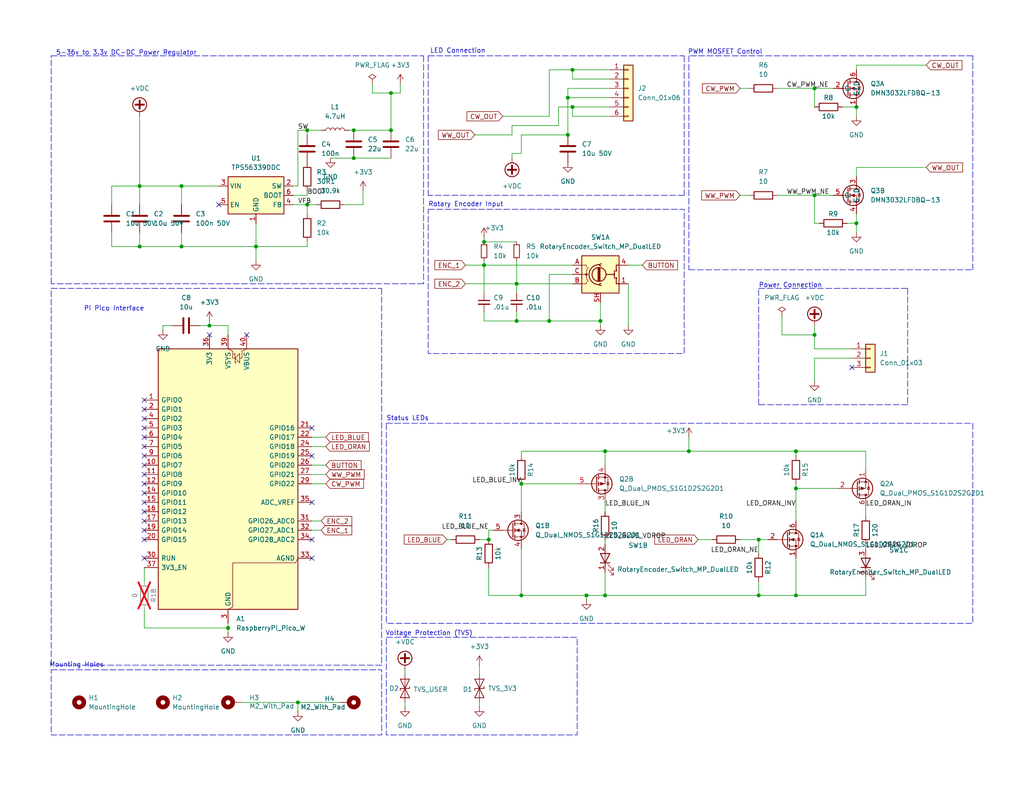
<source format=kicad_sch>
(kicad_sch (version 20250114) (generator "eeschema") (generator_version "9.0")
  (paper "USLetter")
  (title_block (title "Pi Pico CWWW Control Board") (date "2025-03-31") (rev "2.5") (comment 1 "License: CERN-OHL-S v2") (comment 2 "danielkent.net") (comment 3 "Daniel Kent"))
  (lib_symbols
    (symbol "Connector_Generic:Conn_01x03" (pin_names (offset 1.016) (hide yes))
      (property "Reference" "J" (at 0 5.08 0))
      (property "Value" "Conn_01x03" (at 0 -5.08 0))
      (symbol "Conn_01x03_1_1"
        (pin passive line (at -5.08 2.54 0) (length 3.81) (name "Pin_1") (number "1"))
        (pin passive line (at -5.08 0 0) (length 3.81) (name "Pin_2") (number "2"))
        (pin passive line (at -5.08 -2.54 0) (length 3.81) (name "Pin_3") (number "3"))
      )
    )
    (symbol "Connector_Generic:Conn_01x06" (pin_names (offset 1.016) (hide yes))
      (property "Reference" "J" (at 0 7.62 0))
      (property "Value" "Conn_01x06" (at 0 -10.16 0))
      (symbol "Conn_01x06_1_1"
        (pin passive line (at -5.08 5.08 0) (length 3.81) (name "Pin_1") (number "1"))
        (pin passive line (at -5.08 2.54 0) (length 3.81) (name "Pin_2") (number "2"))
        (pin passive line (at -5.08 0 0) (length 3.81) (name "Pin_3") (number "3"))
        (pin passive line (at -5.08 -2.54 0) (length 3.81) (name "Pin_4") (number "4"))
        (pin passive line (at -5.08 -5.08 0) (length 3.81) (name "Pin_5") (number "5"))
        (pin passive line (at -5.08 -7.62 0) (length 3.81) (name "Pin_6") (number "6"))
      )
    )
    (symbol "Device:C" (pin_numbers (hide yes)) (pin_names (offset 0.254))
      (property "Reference" "C" (at 0.635 2.54 0))
      (property "Value" "C" (at 0.635 -2.54 0))
      (symbol "C_1_1"
        (pin passive line (at 0 3.81 270) (length 2.794) (name "~") (number "1"))
        (pin passive line (at 0 -3.81 90) (length 2.794) (name "~") (number "2"))
      )
    )
    (symbol "Device:C_Small" (pin_numbers (hide yes)) (pin_names (offset 0.254) (hide yes))
      (property "Reference" "C" (at 0.254 1.778 0))
      (property "Value" "C_Small" (at 0.254 -2.032 0))
      (symbol "C_Small_1_1"
        (pin passive line (at 0 2.54 270) (length 2.032) (name "~") (number "1"))
        (pin passive line (at 0 -2.54 90) (length 2.032) (name "~") (number "2"))
      )
    )
    (symbol "Device:L" (pin_numbers (hide yes)) (pin_names (offset 1.016) (hide yes))
      (property "Reference" "L" (at -1.27 0 90))
      (property "Value" "L" (at 1.905 0 90))
      (symbol "L_1_1"
        (pin passive line (at 0 3.81 270) (length 1.27) (name "1") (number "1"))
        (pin passive line (at 0 -3.81 90) (length 1.27) (name "2") (number "2"))
      )
    )
    (symbol "Device:R" (pin_numbers (hide yes)) (pin_names (offset 0))
      (property "Reference" "R" (at 2.032 0 90))
      (property "Value" "R" (at 0 0 90))
      (symbol "R_1_1"
        (pin passive line (at 0 3.81 270) (length 1.27) (name "~") (number "1"))
        (pin passive line (at 0 -3.81 90) (length 1.27) (name "~") (number "2"))
      )
    )
    (symbol "Device:R_Small" (pin_numbers (hide yes)) (pin_names (offset 0.254) (hide yes))
      (property "Reference" "R" (at 0 0 90))
      (property "Value" "R_Small" (at 1.778 0 90))
      (symbol "R_Small_1_1"
        (pin passive line (at 0 2.54 270) (length 0.762) (name "~") (number "1"))
        (pin passive line (at 0 -2.54 90) (length 0.762) (name "~") (number "2"))
      )
    )
    (symbol "Diode:SD05_SOD323" (pin_numbers (hide yes)) (pin_names (offset 1.016) (hide yes))
      (property "Reference" "D" (at 0 2.54 0))
      (property "Value" "SD05_SOD323" (at 0 -2.54 0))
      (symbol "SD05_SOD323_1_1"
        (pin passive line (at -3.81 0 0) (length 2.54) (name "A1") (number "1"))
        (pin passive line (at 3.81 0 180) (length 2.54) (name "A2") (number "2"))
      )
    )
    (symbol "MCU_Module_RaspberryPi_Pico:RaspberryPi_Pico_W" (pin_names (offset 0.762))
      (property "Reference" "A" (at -19.05 38.1 0))
      (property "Value" "RaspberryPi_Pico_W" (at 7.62 38.1 0))
      (symbol "RaspberryPi_Pico_W_1_1"
        (pin bidirectional line (at -22.86 22.86 0) (length 3.81) (name "GPIO0") (number "1"))
        (pin bidirectional line (at -22.86 20.32 0) (length 3.81) (name "GPIO1") (number "2"))
        (pin bidirectional line (at -22.86 17.78 0) (length 3.81) (name "GPIO2") (number "4"))
        (pin bidirectional line (at -22.86 15.24 0) (length 3.81) (name "GPIO3") (number "5"))
        (pin bidirectional line (at -22.86 12.7 0) (length 3.81) (name "GPIO4") (number "6"))
        (pin bidirectional line (at -22.86 10.16 0) (length 3.81) (name "GPIO5") (number "7"))
        (pin bidirectional line (at -22.86 7.62 0) (length 3.81) (name "GPIO6") (number "9"))
        (pin bidirectional line (at -22.86 5.08 0) (length 3.81) (name "GPIO7") (number "10"))
        (pin bidirectional line (at -22.86 2.54 0) (length 3.81) (name "GPIO8") (number "11"))
        (pin bidirectional line (at -22.86 0 0) (length 3.81) (name "GPIO9") (number "12"))
        (pin bidirectional line (at -22.86 -2.54 0) (length 3.81) (name "GPIO10") (number "14"))
        (pin bidirectional line (at -22.86 -5.08 0) (length 3.81) (name "GPIO11") (number "15"))
        (pin bidirectional line (at -22.86 -7.62 0) (length 3.81) (name "GPIO12") (number "16"))
        (pin bidirectional line (at -22.86 -10.16 0) (length 3.81) (name "GPIO13") (number "17"))
        (pin bidirectional line (at -22.86 -12.7 0) (length 3.81) (name "GPIO14") (number "19"))
        (pin bidirectional line (at -22.86 -15.24 0) (length 3.81) (name "GPIO15") (number "20"))
        (pin input line (at -22.86 -20.32 0) (length 3.81) (name "RUN") (number "30"))
        (pin input line (at -22.86 -22.86 0) (length 3.81) (name "3V3_EN") (number "37"))
        (pin power_out line (at -5.08 40.64 270) (length 3.81) (name "3V3") (number "36"))
        (pin power_in line (at 0 40.64 270) (length 3.81) (name "VSYS") (number "39"))
        (pin passive line (at 0 -38.1 90) (length 3.81) (hide yes) (name "GND") (number "13"))
        (pin passive line (at 0 -38.1 90) (length 3.81) (hide yes) (name "GND") (number "18"))
        (pin passive line (at 0 -38.1 90) (length 3.81) (hide yes) (name "GND") (number "23"))
        (pin passive line (at 0 -38.1 90) (length 3.81) (hide yes) (name "GND") (number "28"))
        (pin power_out line (at 0 -38.1 90) (length 3.81) (name "GND") (number "3"))
        (pin passive line (at 0 -38.1 90) (length 3.81) (hide yes) (name "GND") (number "38"))
        (pin passive line (at 0 -38.1 90) (length 3.81) (hide yes) (name "GND") (number "8"))
        (pin power_out line (at 5.08 40.64 270) (length 3.81) (name "VBUS") (number "40"))
        (pin bidirectional line (at 22.86 15.24 180) (length 3.81) (name "GPIO16") (number "21"))
        (pin bidirectional line (at 22.86 12.7 180) (length 3.81) (name "GPIO17") (number "22"))
        (pin bidirectional line (at 22.86 10.16 180) (length 3.81) (name "GPIO18") (number "24"))
        (pin bidirectional line (at 22.86 7.62 180) (length 3.81) (name "GPIO19") (number "25"))
        (pin bidirectional line (at 22.86 5.08 180) (length 3.81) (name "GPIO20") (number "26"))
        (pin bidirectional line (at 22.86 2.54 180) (length 3.81) (name "GPIO21") (number "27"))
        (pin bidirectional line (at 22.86 0 180) (length 3.81) (name "GPIO22") (number "29"))
        (pin power_in line (at 22.86 -5.08 180) (length 3.81) (name "ADC_VREF") (number "35"))
        (pin bidirectional line (at 22.86 -10.16 180) (length 3.81) (name "GPIO26_ADC0") (number "31"))
        (pin bidirectional line (at 22.86 -12.7 180) (length 3.81) (name "GPIO27_ADC1") (number "32"))
        (pin bidirectional line (at 22.86 -15.24 180) (length 3.81) (name "GPIO28_ADC2") (number "34"))
        (pin power_out line (at 22.86 -20.32 180) (length 3.81) (name "AGND") (number "33"))
      )
    )
    (symbol "Mechanical:MountingHole" (pin_names (offset 1.016)) (exclude_from_sim yes) (in_bom no)
      (property "Reference" "H" (at 0 5.08 0))
      (property "Value" "MountingHole" (at 0 3.175 0))
    )
    (symbol "Mechanical:MountingHole_Pad" (pin_numbers (hide yes)) (pin_names (offset 1.016) (hide yes)) (exclude_from_sim yes) (in_bom no)
      (property "Reference" "H" (at 0 6.35 0))
      (property "Value" "MountingHole_Pad" (at 0 4.445 0))
      (symbol "MountingHole_Pad_1_1"
        (pin input line (at 0 -2.54 90) (length 2.54) (name "1") (number "1"))
      )
    )
    (symbol "Project_Custom_Symbols:DMN3032LFDBQ-13"
      (property "Reference" "Q" (at 8.636 5.842 0))
      (property "Value" "DMN3032LFDBQ-13" (at 8.636 3.302 0))
      (symbol "DMN3032LFDBQ-13_1_1"
        (pin input line (at 0 0 0) (length 2.54) (name "G") (number "2"))
        (pin passive line (at 6.35 5.08 270) (length 2.54) (name "D") (number "6"))
        (pin passive line (at 6.35 -5.08 90) (length 2.54) (name "S1") (number "1"))
      )
      (symbol "DMN3032LFDBQ-13_2_1"
        (pin input line (at 0 0 0) (length 2.54) (name "G") (number "5"))
        (pin passive line (at 6.35 5.08 270) (length 2.54) (name "D") (number "3"))
        (pin passive line (at 6.35 -5.08 90) (length 2.54) (name "S") (number "4"))
      )
    )
    (symbol "Project_Custom_Symbols:RotaryEncoder_Switch_MP_DualLED" (pin_names (offset 0.254) (hide yes))
      (property "Reference" "SW" (at 0 8.89 0))
      (property "Value" "RotaryEncoder_Switch_MP_DualLED" (at 0 6.35 0))
      (symbol "RotaryEncoder_Switch_MP_DualLED_0_1"
        (pin power_in line (at 7.62 -2.54 180) (length 2.54) (name "GND") (number "1"))
      )
      (symbol "RotaryEncoder_Switch_MP_DualLED_1_1"
        (pin passive line (at -7.62 2.54 0) (length 2.54) (name "A") (number "A"))
        (pin passive line (at -7.62 0 0) (length 2.54) (name "C") (number "C"))
        (pin passive line (at -7.62 -2.54 0) (length 2.54) (name "B") (number "B"))
        (pin passive line (at 0 -7.62 90) (length 2.54) (name "MP") (number "SH"))
        (pin passive line (at 7.62 2.54 180) (length 2.54) (name "S1") (number "4"))
      )
      (symbol "RotaryEncoder_Switch_MP_DualLED_2_1"
        (pin passive line (at 0 -2.54 0) (length 2.54) (name "A_LED1") (number "2"))
      )
      (symbol "RotaryEncoder_Switch_MP_DualLED_3_1"
        (pin passive line (at 0 -2.54 0) (length 2.54) (name "A_LED2") (number "3"))
      )
    )
    (symbol "Regulator_Switching:TPS56339DDC"
      (property "Reference" "U" (at -7.62 6.35 0))
      (property "Value" "TPS56339DDC" (at -2.54 6.35 0))
      (symbol "TPS56339DDC_1_1"
        (pin power_in line (at -10.16 2.54 0) (length 2.54) (name "VIN") (number "3"))
        (pin input line (at -10.16 -2.54 0) (length 2.54) (name "EN") (number "5"))
        (pin power_in line (at 0 -7.62 90) (length 2.54) (name "GND") (number "1"))
        (pin power_out line (at 10.16 2.54 180) (length 2.54) (name "SW") (number "2"))
        (pin passive line (at 10.16 0 180) (length 2.54) (name "BOOT") (number "6"))
        (pin input line (at 10.16 -2.54 180) (length 2.54) (name "FB") (number "4"))
      )
    )
    (symbol "RotaryEncoder_Switch_MP_DualLED_1" (pin_names (offset 0.254) (hide yes))
      (property "Reference" "SW" (at 0 8.89 0))
      (property "Value" "RotaryEncoder_Switch_MP_DualLED" (at 0 6.35 0))
      (symbol "RotaryEncoder_Switch_MP_DualLED_1_0_1"
        (pin power_in line (at 7.62 -2.54 180) (length 2.54) (name "GND") (number "1"))
      )
      (symbol "RotaryEncoder_Switch_MP_DualLED_1_1_1"
        (pin passive line (at -7.62 2.54 0) (length 2.54) (name "A") (number "A"))
        (pin passive line (at -7.62 0 0) (length 2.54) (name "C") (number "C"))
        (pin passive line (at -7.62 -2.54 0) (length 2.54) (name "B") (number "B"))
        (pin passive line (at 0 -7.62 90) (length 2.54) (name "MP") (number "SH"))
        (pin passive line (at 7.62 2.54 180) (length 2.54) (name "S1") (number "4"))
      )
      (symbol "RotaryEncoder_Switch_MP_DualLED_1_2_1"
        (pin passive line (at 0 -2.54 0) (length 2.54) (name "A_LED1") (number "2"))
      )
      (symbol "RotaryEncoder_Switch_MP_DualLED_1_3_1"
        (pin passive line (at 0 -2.54 0) (length 2.54) (name "A_LED2") (number "3"))
      )
    )
    (symbol "RotaryEncoder_Switch_MP_DualLED_2" (pin_names (offset 0.254) (hide yes))
      (property "Reference" "SW" (at 0 8.89 0))
      (property "Value" "RotaryEncoder_Switch_MP_DualLED" (at 0 6.35 0))
      (symbol "RotaryEncoder_Switch_MP_DualLED_2_0_1"
        (pin power_in line (at 7.62 -2.54 180) (length 2.54) (name "GND") (number "1"))
      )
      (symbol "RotaryEncoder_Switch_MP_DualLED_2_1_1"
        (pin passive line (at -7.62 2.54 0) (length 2.54) (name "A") (number "A"))
        (pin passive line (at -7.62 0 0) (length 2.54) (name "C") (number "C"))
        (pin passive line (at -7.62 -2.54 0) (length 2.54) (name "B") (number "B"))
        (pin passive line (at 0 -7.62 90) (length 2.54) (name "MP") (number "SH"))
        (pin passive line (at 7.62 2.54 180) (length 2.54) (name "S1") (number "4"))
      )
      (symbol "RotaryEncoder_Switch_MP_DualLED_2_2_1"
        (pin passive line (at 0 -2.54 0) (length 2.54) (name "A_LED1") (number "2"))
      )
      (symbol "RotaryEncoder_Switch_MP_DualLED_2_3_1"
        (pin passive line (at 0 -2.54 0) (length 2.54) (name "A_LED2") (number "3"))
      )
    )
    (symbol "Transistor_FET:Q_Dual_NMOS_S1G1D2S2G2D1" (pin_names (offset 0) (hide yes))
      (property "Reference" "Q" (at 5.08 1.905 0))
      (property "Value" "Q_Dual_NMOS_S1G1D2S2G2D1" (at 5.08 0 0))
      (symbol "Q_Dual_NMOS_S1G1D2S2G2D1_1_1"
        (pin input line (at -5.08 0 0) (length 2.54) (name "G") (number "2"))
        (pin passive line (at 2.54 5.08 270) (length 2.54) (name "D") (number "6"))
        (pin passive line (at 2.54 -5.08 90) (length 2.54) (name "S") (number "1"))
      )
      (symbol "Q_Dual_NMOS_S1G1D2S2G2D1_2_1"
        (pin input line (at -5.08 0 0) (length 2.54) (name "G") (number "5"))
        (pin passive line (at 2.54 5.08 270) (length 2.54) (name "D") (number "3"))
        (pin passive line (at 2.54 -5.08 90) (length 2.54) (name "S") (number "4"))
      )
    )
    (symbol "Transistor_FET:Q_Dual_PMOS_S1G1D2S2G2D1" (pin_names (offset 0) (hide yes))
      (property "Reference" "Q" (at 5.08 1.905 0))
      (property "Value" "Q_Dual_PMOS_S1G1D2S2G2D1" (at 5.08 0 0))
      (symbol "Q_Dual_PMOS_S1G1D2S2G2D1_1_1"
        (pin input line (at -5.08 0 0) (length 2.54) (name "G") (number "2"))
        (pin passive line (at 2.54 5.08 270) (length 2.54) (name "D") (number "6"))
        (pin passive line (at 2.54 -5.08 90) (length 2.54) (name "S") (number "1"))
      )
      (symbol "Q_Dual_PMOS_S1G1D2S2G2D1_2_1"
        (pin input line (at -5.08 0 0) (length 2.54) (name "G") (number "5"))
        (pin passive line (at 2.54 5.08 270) (length 2.54) (name "D") (number "3"))
        (pin passive line (at 2.54 -5.08 90) (length 2.54) (name "S") (number "4"))
      )
    )
    (symbol "power:+3.3V" (power) (pin_numbers (hide yes)) (pin_names (offset 0) (hide yes))
      (property "Value" "+3.3V" (at 0 3.556 0))
      (symbol "+3.3V_1_1"
        (pin power_in line (at 0 0 90) (length 0) (name "~") (number "1"))
      )
    )
    (symbol "power:+VDC" (power) (pin_numbers (hide yes)) (pin_names (offset 0) (hide yes))
      (property "Value" "+VDC" (at 0 6.35 0))
      (symbol "+VDC_1_1"
        (pin power_in line (at 0 0 90) (length 0) (name "~") (number "1"))
      )
    )
    (symbol "power:GND" (power) (pin_numbers (hide yes)) (pin_names (offset 0) (hide yes))
      (property "Value" "GND" (at 0 -3.81 0))
      (symbol "GND_1_1"
        (pin power_in line (at 0 0 270) (length 0) (name "~") (number "1"))
      )
    )
    (symbol "power:PWR_FLAG" (power) (pin_numbers (hide yes)) (pin_names (offset 0) (hide yes))
      (property "Value" "PWR_FLAG" (at 0 3.81 0))
      (symbol "PWR_FLAG_0_0"
        (pin power_out line (at 0 0 90) (length 0) (name "~") (number "1"))
      )
    )
  )
  (rectangle (start 116.84 57.15) (end 186.69 96.52) (stroke (width 0) (type dash)))
  (rectangle (start 13.97 182.88) (end 104.14 200.66) (stroke (width 0) (type dash)))
  (rectangle (start 105.41 115.57) (end 265.43 170.18) (stroke (width 0) (type dash)))
  (rectangle (start 105.41 173.99) (end 157.48 200.66) (stroke (width 0) (type dash)))
  (text "Power Connection" (at 207.01 78.74 0) (effects (font (size 1.27 1.27)) (justify left bottom)))
  (text "5-36v to 3.3v DC-DC Power Regulator" (at 15.24 15.24 0) (effects (font (size 1.27 1.27)) (justify left bottom)))
  (text "PWM MOSFET Control" (at 187.706 14.986 0) (effects (font (size 1.27 1.27)) (justify left bottom)))
  (text "Pi Pico Interface" (at 22.86 85.09 0) (effects (font (size 1.27 1.27)) (justify left bottom)))
  (text "LED Connection" (at 117.348 14.732 0) (effects (font (size 1.27 1.27)) (justify left bottom)))
  (text "Mounting Holes" (at 13.462 181.61 0) (effects (font (size 1.27 1.27)) (justify left)))
  (text "Rotary Encoder Input" (at 116.84 55.88 0) (effects (font (size 1.27 1.27)) (justify left)))
  (text "Voltage Protection (TVS)" (at 105.156 173.736 0) (effects (font (size 1.27 1.27)) (justify left bottom)))
  (text "Status LEDs" (at 105.41 115.062 0) (effects (font (size 1.27 1.27)) (justify left bottom)))
  (junction (at 160.02 162.56))
  (junction (at 233.68 29.21))
  (junction (at 142.24 162.56))
  (junction (at 163.83 87.63))
  (junction (at 142.24 132.08))
  (junction (at 49.53 67.31))
  (junction (at 222.25 91.44))
  (junction (at 217.17 162.56))
  (junction (at 165.1 162.56))
  (junction (at 83.82 55.88))
  (junction (at 96.52 35.56))
  (junction (at 83.82 35.56))
  (junction (at 49.53 50.8))
  (junction (at 38.1 67.31))
  (junction (at 140.97 87.63))
  (junction (at 217.17 133.35))
  (junction (at 132.08 72.39))
  (junction (at 222.25 24.13))
  (junction (at 106.68 25.4))
  (junction (at 187.96 123.19))
  (junction (at 38.1 50.8))
  (junction (at 207.01 162.56))
  (junction (at 81.28 191.77))
  (junction (at 140.97 77.47))
  (junction (at 165.1 123.19))
  (junction (at 217.17 123.19))
  (junction (at 154.94 36.83))
  (junction (at 222.25 53.34))
  (junction (at 156.21 29.21))
  (junction (at 69.85 67.31))
  (junction (at 149.86 87.63))
  (junction (at 233.68 60.96))
  (junction (at 132.08 66.04))
  (junction (at 96.52 43.18))
  (junction (at 156.21 19.05))
  (junction (at 57.15 88.9))
  (junction (at 154.94 26.67))
  (junction (at 62.23 171.45))
  (junction (at 207.01 147.32))
  (junction (at 133.35 147.32))
  (junction (at 106.68 35.56))
  (no_connect (at 39.37 132.08))
  (no_connect (at 39.37 124.46))
  (no_connect (at 39.37 147.32))
  (no_connect (at 39.37 119.38))
  (no_connect (at 232.41 100.33))
  (no_connect (at 85.09 124.46))
  (no_connect (at 85.09 137.16))
  (no_connect (at 85.09 152.4))
  (no_connect (at 39.37 134.62))
  (no_connect (at 39.37 139.7))
  (no_connect (at 59.69 55.88))
  (no_connect (at 39.37 129.54))
  (no_connect (at 39.37 152.4))
  (no_connect (at 39.37 142.24))
  (no_connect (at 39.37 121.92))
  (no_connect (at 85.09 116.84))
  (no_connect (at 67.31 91.44))
  (no_connect (at 39.37 127))
  (no_connect (at 39.37 114.3))
  (no_connect (at 39.37 137.16))
  (no_connect (at 57.15 91.44))
  (no_connect (at 85.09 147.32))
  (no_connect (at 39.37 144.78))
  (no_connect (at 39.37 109.22))
  (no_connect (at 39.37 116.84))
  (no_connect (at 39.37 111.76))
  (wire (pts (xy 163.83 88.9) (xy 163.83 87.63)))
  (wire (pts (xy 190.5 147.32) (xy 194.31 147.32)))
  (polyline (pts (xy 247.65 110.49) (xy 207.01 110.49)) (stroke (width 0) (type dash)))
  (wire (pts (xy 217.17 162.56) (xy 236.22 162.56)))
  (wire (pts (xy 233.68 17.78) (xy 252.73 17.78)))
  (wire (pts (xy 62.23 91.44) (xy 62.23 88.9)))
  (wire (pts (xy 217.17 133.35) (xy 228.6 133.35)))
  (wire (pts (xy 152.4 29.21) (xy 156.21 29.21)))
  (polyline (pts (xy 13.97 181.61) (xy 13.97 78.74)) (stroke (width 0) (type dash)))
  (wire (pts (xy 142.24 123.19) (xy 142.24 124.46)))
  (wire (pts (xy 85.09 132.08) (xy 88.9 132.08)))
  (wire (pts (xy 142.24 41.91) (xy 142.24 36.83)))
  (wire (pts (xy 133.35 144.78) (xy 133.35 147.32)))
  (wire (pts (xy 222.25 24.13) (xy 227.33 24.13)))
  (wire (pts (xy 57.15 87.63) (xy 57.15 88.9)))
  (wire (pts (xy 49.53 67.31) (xy 69.85 67.31)))
  (wire (pts (xy 83.82 55.88) (xy 86.36 55.88)))
  (wire (pts (xy 236.22 149.86) (xy 236.22 148.59)))
  (wire (pts (xy 160.02 162.56) (xy 165.1 162.56)))
  (wire (pts (xy 149.86 31.75) (xy 149.86 19.05)))
  (wire (pts (xy 132.08 87.63) (xy 140.97 87.63)))
  (wire (pts (xy 38.1 50.8) (xy 38.1 55.88)))
  (wire (pts (xy 133.35 162.56) (xy 133.35 154.94)))
  (wire (pts (xy 140.97 87.63) (xy 149.86 87.63)))
  (wire (pts (xy 66.04 191.77) (xy 81.28 191.77)))
  (wire (pts (xy 96.52 43.18) (xy 106.68 43.18)))
  (wire (pts (xy 121.92 147.32) (xy 123.19 147.32)))
  (wire (pts (xy 156.21 74.93) (xy 149.86 74.93)))
  (wire (pts (xy 129.54 36.83) (xy 139.7 36.83)))
  (wire (pts (xy 165.1 127) (xy 165.1 123.19)))
  (wire (pts (xy 69.85 60.96) (xy 69.85 67.31)))
  (wire (pts (xy 44.45 88.9) (xy 44.45 90.17)))
  (wire (pts (xy 156.21 29.21) (xy 166.37 29.21)))
  (wire (pts (xy 236.22 128.27) (xy 236.22 123.19)))
  (polyline (pts (xy 187.96 73.66) (xy 265.43 73.66)) (stroke (width 0) (type dash)))
  (wire (pts (xy 38.1 50.8) (xy 49.53 50.8)))
  (wire (pts (xy 233.68 45.72) (xy 233.68 48.26)))
  (wire (pts (xy 233.68 17.78) (xy 233.68 19.05)))
  (wire (pts (xy 62.23 88.9) (xy 57.15 88.9)))
  (wire (pts (xy 133.35 162.56) (xy 142.24 162.56)))
  (wire (pts (xy 81.28 35.56) (xy 81.28 50.8)))
  (wire (pts (xy 233.68 45.72) (xy 252.73 45.72)))
  (wire (pts (xy 130.81 147.32) (xy 133.35 147.32)))
  (wire (pts (xy 165.1 123.19) (xy 187.96 123.19)))
  (wire (pts (xy 137.16 31.75) (xy 149.86 31.75)))
  (wire (pts (xy 142.24 123.19) (xy 165.1 123.19)))
  (wire (pts (xy 139.7 36.83) (xy 139.7 34.29)))
  (wire (pts (xy 69.85 67.31) (xy 83.82 67.31)))
  (wire (pts (xy 87.63 35.56) (xy 83.82 35.56)))
  (wire (pts (xy 154.94 36.83) (xy 154.94 26.67)))
  (wire (pts (xy 165.1 137.16) (xy 165.1 139.7)))
  (wire (pts (xy 156.21 19.05) (xy 166.37 19.05)))
  (wire (pts (xy 140.97 85.09) (xy 140.97 87.63)))
  (wire (pts (xy 233.68 60.96) (xy 233.68 63.5)))
  (wire (pts (xy 132.08 85.09) (xy 132.08 87.63)))
  (polyline (pts (xy 186.69 15.24) (xy 186.69 53.34)) (stroke (width 0) (type dash)))
  (wire (pts (xy 85.09 127) (xy 88.9 127)))
  (wire (pts (xy 83.82 52.07) (xy 83.82 53.34)))
  (wire (pts (xy 99.06 52.07) (xy 99.06 55.88)))
  (wire (pts (xy 165.1 147.32) (xy 165.1 148.59)))
  (wire (pts (xy 201.93 147.32) (xy 207.01 147.32)))
  (wire (pts (xy 222.25 95.25) (xy 232.41 95.25)))
  (wire (pts (xy 217.17 132.08) (xy 217.17 133.35)))
  (wire (pts (xy 222.25 53.34) (xy 227.33 53.34)))
  (wire (pts (xy 101.6 25.4) (xy 106.68 25.4)))
  (wire (pts (xy 212.09 24.13) (xy 222.25 24.13)))
  (wire (pts (xy 39.37 154.94) (xy 39.37 158.75)))
  (polyline (pts (xy 207.01 110.49) (xy 207.01 78.74)) (stroke (width 0) (type dash)))
  (wire (pts (xy 127 72.39) (xy 132.08 72.39)))
  (wire (pts (xy 132.08 72.39) (xy 156.21 72.39)))
  (polyline (pts (xy 265.43 73.66) (xy 265.43 15.24)) (stroke (width 0) (type dash)))
  (polyline (pts (xy 186.69 53.34) (xy 116.84 53.34)) (stroke (width 0) (type dash)))
  (wire (pts (xy 109.22 25.4) (xy 106.68 25.4)))
  (wire (pts (xy 30.48 63.5) (xy 30.48 67.31)))
  (wire (pts (xy 110.49 191.77) (xy 110.49 193.04)))
  (wire (pts (xy 110.49 184.15) (xy 110.49 182.88)))
  (wire (pts (xy 132.08 72.39) (xy 132.08 80.01)))
  (wire (pts (xy 85.09 121.92) (xy 88.9 121.92)))
  (wire (pts (xy 132.08 66.04) (xy 140.97 66.04)))
  (wire (pts (xy 85.09 142.24) (xy 87.63 142.24)))
  (wire (pts (xy 222.25 91.44) (xy 222.25 95.25)))
  (wire (pts (xy 217.17 152.4) (xy 217.17 162.56)))
  (wire (pts (xy 90.17 43.18) (xy 96.52 43.18)))
  (wire (pts (xy 222.25 88.9) (xy 222.25 91.44)))
  (wire (pts (xy 154.94 26.67) (xy 154.94 24.13)))
  (polyline (pts (xy 247.65 78.74) (xy 247.65 110.49)) (stroke (width 0) (type dash)))
  (wire (pts (xy 187.96 123.19) (xy 187.96 119.38)))
  (wire (pts (xy 130.81 191.77) (xy 130.81 193.04)))
  (wire (pts (xy 81.28 191.77) (xy 81.28 194.31)))
  (wire (pts (xy 83.82 35.56) (xy 83.82 36.83)))
  (wire (pts (xy 139.7 41.91) (xy 139.7 43.18)))
  (wire (pts (xy 154.94 24.13) (xy 166.37 24.13)))
  (wire (pts (xy 166.37 21.59) (xy 156.21 21.59)))
  (polyline (pts (xy 115.57 77.47) (xy 13.97 77.47)) (stroke (width 0) (type dash)))
  (wire (pts (xy 134.62 144.78) (xy 133.35 144.78)))
  (wire (pts (xy 139.7 34.29) (xy 152.4 34.29)))
  (wire (pts (xy 149.86 87.63) (xy 163.83 87.63)))
  (wire (pts (xy 142.24 36.83) (xy 154.94 36.83)))
  (polyline (pts (xy 13.97 78.74) (xy 104.14 78.74)) (stroke (width 0) (type dash)))
  (wire (pts (xy 140.97 71.12) (xy 140.97 77.47)))
  (wire (pts (xy 80.01 50.8) (xy 81.28 50.8)))
  (wire (pts (xy 222.25 97.79) (xy 232.41 97.79)))
  (wire (pts (xy 213.36 86.36) (xy 213.36 91.44)))
  (polyline (pts (xy 13.97 77.47) (xy 13.97 15.24)) (stroke (width 0) (type dash)))
  (wire (pts (xy 101.6 22.86) (xy 101.6 25.4)))
  (wire (pts (xy 85.09 119.38) (xy 88.9 119.38)))
  (wire (pts (xy 207.01 147.32) (xy 207.01 151.13)))
  (wire (pts (xy 233.68 58.42) (xy 233.68 60.96)))
  (wire (pts (xy 236.22 157.48) (xy 236.22 162.56)))
  (wire (pts (xy 222.25 60.96) (xy 222.25 53.34)))
  (wire (pts (xy 236.22 138.43) (xy 236.22 140.97)))
  (wire (pts (xy 166.37 31.75) (xy 156.21 31.75)))
  (wire (pts (xy 217.17 133.35) (xy 217.17 142.24)))
  (wire (pts (xy 201.93 53.34) (xy 204.47 53.34)))
  (wire (pts (xy 83.82 53.34) (xy 80.01 53.34)))
  (wire (pts (xy 132.08 71.12) (xy 132.08 72.39)))
  (wire (pts (xy 81.28 191.77) (xy 92.71 191.77)))
  (wire (pts (xy 62.23 170.18) (xy 62.23 171.45)))
  (wire (pts (xy 229.87 29.21) (xy 233.68 29.21)))
  (wire (pts (xy 139.7 41.91) (xy 142.24 41.91)))
  (wire (pts (xy 233.68 29.21) (xy 233.68 31.75)))
  (wire (pts (xy 165.1 162.56) (xy 207.01 162.56)))
  (polyline (pts (xy 116.84 15.24) (xy 116.84 53.34)) (stroke (width 0) (type dash)))
  (wire (pts (xy 171.45 72.39) (xy 175.26 72.39)))
  (wire (pts (xy 171.45 77.47) (xy 171.45 88.9)))
  (wire (pts (xy 187.96 123.19) (xy 217.17 123.19)))
  (wire (pts (xy 140.97 77.47) (xy 156.21 77.47)))
  (wire (pts (xy 222.25 97.79) (xy 222.25 104.14)))
  (wire (pts (xy 156.21 29.21) (xy 156.21 31.75)))
  (wire (pts (xy 130.81 181.61) (xy 130.81 184.15)))
  (wire (pts (xy 207.01 158.75) (xy 207.01 162.56)))
  (wire (pts (xy 69.85 67.31) (xy 69.85 71.12)))
  (wire (pts (xy 46.99 88.9) (xy 44.45 88.9)))
  (wire (pts (xy 30.48 50.8) (xy 38.1 50.8)))
  (wire (pts (xy 38.1 31.75) (xy 38.1 50.8)))
  (wire (pts (xy 49.53 67.31) (xy 38.1 67.31)))
  (wire (pts (xy 149.86 19.05) (xy 156.21 19.05)))
  (wire (pts (xy 163.83 87.63) (xy 163.83 82.55)))
  (polyline (pts (xy 207.01 78.74) (xy 247.65 78.74)) (stroke (width 0) (type dash)))
  (wire (pts (xy 132.08 64.77) (xy 132.08 66.04)))
  (wire (pts (xy 209.55 147.32) (xy 207.01 147.32)))
  (wire (pts (xy 156.21 21.59) (xy 156.21 19.05)))
  (wire (pts (xy 49.53 50.8) (xy 49.53 55.88)))
  (polyline (pts (xy 116.84 15.24) (xy 186.69 15.24)) (stroke (width 0) (type dash)))
  (wire (pts (xy 49.53 50.8) (xy 59.69 50.8)))
  (wire (pts (xy 83.82 55.88) (xy 83.82 58.42)))
  (wire (pts (xy 142.24 162.56) (xy 160.02 162.56)))
  (polyline (pts (xy 104.14 78.74) (xy 104.14 181.61)) (stroke (width 0) (type dash)))
  (wire (pts (xy 54.61 88.9) (xy 57.15 88.9)))
  (wire (pts (xy 95.25 35.56) (xy 96.52 35.56)))
  (polyline (pts (xy 115.57 15.24) (xy 115.57 77.47)) (stroke (width 0) (type dash)))
  (polyline (pts (xy 13.97 15.24) (xy 115.57 15.24)) (stroke (width 0) (type dash)))
  (wire (pts (xy 99.06 55.88) (xy 93.98 55.88)))
  (wire (pts (xy 223.52 60.96) (xy 222.25 60.96)))
  (wire (pts (xy 152.4 34.29) (xy 152.4 29.21)))
  (wire (pts (xy 30.48 55.88) (xy 30.48 50.8)))
  (wire (pts (xy 207.01 162.56) (xy 217.17 162.56)))
  (wire (pts (xy 109.22 22.86) (xy 109.22 25.4)))
  (wire (pts (xy 231.14 60.96) (xy 233.68 60.96)))
  (wire (pts (xy 222.25 24.13) (xy 222.25 29.21)))
  (wire (pts (xy 30.48 67.31) (xy 38.1 67.31)))
  (wire (pts (xy 85.09 129.54) (xy 88.9 129.54)))
  (wire (pts (xy 83.82 66.04) (xy 83.82 67.31)))
  (wire (pts (xy 38.1 63.5) (xy 38.1 67.31)))
  (wire (pts (xy 201.93 24.13) (xy 204.47 24.13)))
  (wire (pts (xy 212.09 53.34) (xy 222.25 53.34)))
  (polyline (pts (xy 187.96 15.24) (xy 187.96 73.66)) (stroke (width 0) (type dash)))
  (wire (pts (xy 96.52 35.56) (xy 106.68 35.56)))
  (wire (pts (xy 142.24 132.08) (xy 157.48 132.08)))
  (wire (pts (xy 149.86 74.93) (xy 149.86 87.63)))
  (wire (pts (xy 142.24 139.7) (xy 142.24 132.08)))
  (wire (pts (xy 85.09 144.78) (xy 87.63 144.78)))
  (wire (pts (xy 62.23 171.45) (xy 62.23 172.72)))
  (wire (pts (xy 236.22 123.19) (xy 217.17 123.19)))
  (wire (pts (xy 160.02 162.56) (xy 160.02 163.83)))
  (wire (pts (xy 142.24 149.86) (xy 142.24 162.56)))
  (wire (pts (xy 213.36 91.44) (xy 222.25 91.44)))
  (wire (pts (xy 83.82 35.56) (xy 81.28 35.56)))
  (wire (pts (xy 217.17 124.46) (xy 217.17 123.19)))
  (wire (pts (xy 106.68 35.56) (xy 106.68 25.4)))
  (wire (pts (xy 39.37 171.45) (xy 62.23 171.45)))
  (wire (pts (xy 140.97 77.47) (xy 140.97 80.01)))
  (polyline (pts (xy 104.14 181.61) (xy 15.24 181.61)) (stroke (width 0) (type dash)))
  (wire (pts (xy 49.53 63.5) (xy 49.53 67.31)))
  (wire (pts (xy 154.94 26.67) (xy 166.37 26.67)))
  (wire (pts (xy 39.37 166.37) (xy 39.37 171.45)))
  (wire (pts (xy 165.1 156.21) (xy 165.1 162.56)))
  (wire (pts (xy 127 77.47) (xy 140.97 77.47)))
  (polyline (pts (xy 265.43 15.24) (xy 187.96 15.24)) (stroke (width 0) (type dash)))
  (wire (pts (xy 80.01 55.88) (xy 83.82 55.88)))
  (label "LED_ORAN_IN" (at 236.22 138.43 0))
  (label "LED_ORAN_INV" (at 217.17 138.43 180))
  (label "SW" (at 81.28 35.56 0))
  (label "VFB" (at 81.28 55.88 0))
  (label "CW_PWM_NE" (at 214.63 24.13 0))
  (label "LED_BLUE_VDROP" (at 165.1 147.32 0))
  (label "LED_BLUE_IN" (at 165.1 138.43 0))
  (label "BOOT" (at 83.82 53.34 0))
  (label "LED_BLUE_INV" (at 142.24 132.08 180))
  (label "WW_PWM_NE" (at 214.63 53.34 0))
  (label "LED_ORAN_NE" (at 207.01 151.13 180))
  (label "LED_ORAN_VDROP" (at 236.22 149.86 0))
  (label "LED_BLUE_NE" (at 133.35 144.78 180))
  (global_label "BUTTON" (shape input) (at 175.26 72.39 0) (property "Intersheetrefs" "${INTERSHEET_REFS}" (effects (hide yes))))
  (global_label "LED_BLUE" (shape input) (at 88.9 119.38 0) (property "Intersheetrefs" "${INTERSHEET_REFS}" (effects (hide yes))))
  (global_label "LED_ORAN" (shape input) (at 190.5 147.32 180) (property "Intersheetrefs" "${INTERSHEET_REFS}" (effects (hide yes))))
  (global_label "BUTTON" (shape input) (at 88.9 127 0) (property "Intersheetrefs" "${INTERSHEET_REFS}" (effects (hide yes))))
  (global_label "WW_OUT" (shape input) (at 252.73 45.72 0) (property "Intersheetrefs" "${INTERSHEET_REFS}" (effects (hide yes))))
  (global_label "WW_OUT" (shape input) (at 129.54 36.83 180) (property "Intersheetrefs" "${INTERSHEET_REFS}" (effects (hide yes))))
  (global_label "LED_ORAN" (shape input) (at 88.9 121.92 0) (property "Intersheetrefs" "${INTERSHEET_REFS}" (effects (hide yes))))
  (global_label "ENC_1" (shape input) (at 87.63 144.78 0) (property "Intersheetrefs" "${INTERSHEET_REFS}" (effects (hide yes))))
  (global_label "CW_PWM" (shape input) (at 201.93 24.13 180) (property "Intersheetrefs" "${INTERSHEET_REFS}" (effects (hide yes))))
  (global_label "ENC_2" (shape input) (at 87.63 142.24 0) (property "Intersheetrefs" "${INTERSHEET_REFS}" (effects (hide yes))))
  (global_label "WW_PWM" (shape input) (at 88.9 129.54 0) (property "Intersheetrefs" "${INTERSHEET_REFS}" (effects (hide yes))))
  (global_label "LED_BLUE" (shape input) (at 121.92 147.32 180) (property "Intersheetrefs" "${INTERSHEET_REFS}" (effects (hide yes))))
  (global_label "ENC_2" (shape input) (at 127 77.47 180) (property "Intersheetrefs" "${INTERSHEET_REFS}" (effects (hide yes))))
  (global_label "ENC_1" (shape input) (at 127 72.39 180) (property "Intersheetrefs" "${INTERSHEET_REFS}" (effects (hide yes))))
  (global_label "CW_OUT" (shape input) (at 137.16 31.75 180) (property "Intersheetrefs" "${INTERSHEET_REFS}" (effects (hide yes))))
  (global_label "CW_PWM" (shape input) (at 88.9 132.08 0) (property "Intersheetrefs" "${INTERSHEET_REFS}" (effects (hide yes))))
  (global_label "WW_PWM" (shape input) (at 201.93 53.34 180) (property "Intersheetrefs" "${INTERSHEET_REFS}" (effects (hide yes))))
  (global_label "CW_OUT" (shape input) (at 252.73 17.78 0) (property "Intersheetrefs" "${INTERSHEET_REFS}" (effects (hide yes))))
  (symbol (lib_id "Project_Custom_Symbols:RotaryEncoder_Switch_MP_DualLED") (at 238.76 149.86 270) (unit 3)
    (property "Reference" "SW1" (at 242.57 150.1774 90) (effects (justify left)))
    (property "Value" "RotaryEncoder_Switch_MP_DualLED" (at 226.314 156.21 90) (effects (justify left)))
    (property "Footprint" "Project_Custom_Footprints:RotaryEncoder_Bourns_Vertical_PEL12D-4xxxF-Sxxxx" (effects (hide yes)))
    (property "Datasheet" "https://bourns.com/docs/Product-Datasheets/PEL12D.pdf" (effects (hide yes)))
    (property "Description" "Rotary encoder, dual channel, incremental quadrate outputs, with switch, MP Pin, and dual LEDs" (effects (hide yes)))
  )
  (symbol (lib_id "power:+VDC") (at 139.7 43.18 180) (unit 1)
    (property "Reference" "#PWR014" (effects (hide yes)))
    (property "Value" "+VDC" (at 139.7 50.8 0))
    (property "Description" "Power symbol creates a global label with name \"+VDC\"" (effects (hide yes)))
  )
  (symbol (lib_id "Transistor_FET:Q_Dual_PMOS_S1G1D2S2G2D1") (at 233.68 133.35 0) (mirror x) (unit 1)
    (property "Reference" "Q2" (at 240.03 132.0799 0) (effects (justify left)))
    (property "Value" "Q_Dual_PMOS_S1G1D2S2G2D1" (at 240.03 134.6199 0) (effects (justify left)))
    (property "Footprint" "Package_TO_SOT_SMD:SOT-363_SC-70-6" (effects (hide yes)))
    (property "Description" "Dual PMOS transistor, 6 pin package" (effects (hide yes)))
  )
  (symbol (lib_id "Device:R") (at 39.37 162.56 0) (unit 1) (dnp yes)
    (property "Reference" "R18" (at 41.91 162.56 90))
    (property "Value" "0" (at 36.83 162.56 90))
    (property "Footprint" "Resistor_SMD:R_0603_1608Metric" (effects (hide yes)))
  )
  (symbol (lib_id "power:GND") (at 154.94 44.45 0) (unit 1)
    (property "Reference" "#PWR017" (effects (hide yes)))
    (property "Value" "GND" (at 154.94 49.53 0))
    (property "Description" "Power symbol creates a global label with name \"GND\" , ground" (effects (hide yes)))
  )
  (symbol (lib_id "Project_Custom_Symbols:DMN3032LFDBQ-13") (at 227.33 53.34 0) (unit 2)
    (property "Reference" "Q3" (at 237.49 52.0699 0) (effects (justify left)))
    (property "Value" "DMN3032LFDBQ-13" (at 237.49 54.6099 0) (effects (justify left)))
    (property "Footprint" "Project_Custom_Footprints:DMN3032LFDBQ13_OSHPark" (effects (hide yes)))
    (property "Datasheet" "https://www.diodes.com/assets/Datasheets/DMN3032LFDBQ.pdf" (effects (hide yes)))
    (property "Description" "Mosfet Array 2 N-Channel (Dual) 30V 6.2A (Ta) 1W Surface Mount U-DFN2020-6 (Type B)" (effects (hide yes)))
    (property "Height" "0.605" (effects (hide yes)))
    (property "Mouser Part Number" "621-DMN3032LFDBQ-13" (effects (hide yes)))
    (property "Mouser Price/Stock" "https://www.mouser.co.uk/ProductDetail/Diodes-Incorporated/DMN3032LFDBQ-13?qs=icAhCOE9Tbh4ep37eQESbg%3D%3D" (effects (hide yes)))
    (property "Manufacturer_Name" "Diodes Incorporated" (effects (hide yes)))
    (property "Manufacturer_Part_Number" "DMN3032LFDBQ-13" (effects (hide yes)))
  )
  (symbol (lib_id "MCU_Module_RaspberryPi_Pico:RaspberryPi_Pico_W") (at 62.23 132.08 0) (unit 1)
    (property "Reference" "A1" (at 64.4241 168.91 0) (effects (justify left)))
    (property "Value" "RaspberryPi_Pico_W" (at 64.4241 171.45 0) (effects (justify left)))
    (property "Footprint" "Module_RaspberryPi_Pico:RaspberryPi_Pico_Common_MountingHoles" (effects (hide yes)))
    (property "Datasheet" "https://datasheets.raspberrypi.com/picow/pico-w-datasheet.pdf" (effects (hide yes)))
    (property "Description" "Versatile and inexpensive wireless microcontroller module powered by RP2040 dual-core Arm Cortex-M0+ processor up to 133 MHz, 264kB SRAM, 2MB QSPI flash, Infineon CYW43439 2.4GHz 802.11n wireless LAN" (effects (hide yes)))
  )
  (symbol (lib_id "Device:R_Small") (at 132.08 68.58 0) (unit 1)
    (property "Reference" "R4" (at 134.62 67.3099 0) (effects (justify left)))
    (property "Value" "10k" (at 134.62 69.8499 0) (effects (justify left)))
    (property "Footprint" "Resistor_SMD:R_0603_1608Metric" (effects (hide yes)))
    (property "Description" "Resistor, small symbol" (effects (hide yes)))
  )
  (symbol (lib_id "power:+VDC") (at 222.25 88.9 0) (unit 1)
    (property "Reference" "#PWR019" (effects (hide yes)))
    (property "Value" "+VDC" (at 222.25 81.28 0))
    (property "Description" "Power symbol creates a global label with name \"+VDC\"" (effects (hide yes)))
  )
  (symbol (lib_id "power:+3.3V") (at 187.96 119.38 0) (unit 1)
    (property "Reference" "#PWR018" (effects (hide yes)))
    (property "Value" "+3V3" (at 184.404 117.602 0))
    (property "Description" "Power symbol creates a global label with name \"+3.3V\"" (effects (hide yes)))
  )
  (symbol (lib_id "Connector_Generic:Conn_01x03") (at 237.49 97.79 0) (unit 1)
    (property "Reference" "J1" (at 240.03 96.5199 0) (effects (justify left)))
    (property "Value" "Conn_01x03" (at 240.03 99.0599 0) (effects (justify left)))
    (property "Footprint" "Project_Custom_Footprints:BarrelJack_Wuerth_6941xx301002_ShortOverhang" (effects (hide yes)))
    (property "Description" "Generic connector, single row, 01x03, script generated (kicad-library-utils/schlib/autogen/connector/)" (effects (hide yes)))
  )
  (symbol (lib_id "Project_Custom_Symbols:DMN3032LFDBQ-13") (at 227.33 24.13 0) (unit 1)
    (property "Reference" "Q3" (at 237.49 22.8599 0) (effects (justify left)))
    (property "Value" "DMN3032LFDBQ-13" (at 237.49 25.3999 0) (effects (justify left)))
    (property "Footprint" "Project_Custom_Footprints:DMN3032LFDBQ13_OSHPark" (effects (hide yes)))
    (property "Datasheet" "https://www.diodes.com/assets/Datasheets/DMN3032LFDBQ.pdf" (effects (hide yes)))
    (property "Description" "Mosfet Array 2 N-Channel (Dual) 30V 6.2A (Ta) 1W Surface Mount U-DFN2020-6 (Type B)" (effects (hide yes)))
    (property "Height" "0.605" (effects (hide yes)))
    (property "Mouser Part Number" "621-DMN3032LFDBQ-13" (effects (hide yes)))
    (property "Mouser Price/Stock" "https://www.mouser.co.uk/ProductDetail/Diodes-Incorporated/DMN3032LFDBQ-13?qs=icAhCOE9Tbh4ep37eQESbg%3D%3D" (effects (hide yes)))
    (property "Manufacturer_Name" "Diodes Incorporated" (effects (hide yes)))
    (property "Manufacturer_Part_Number" "DMN3032LFDBQ-13" (effects (hide yes)))
  )
  (symbol (lib_id "power:GND") (at 69.85 71.12 0) (unit 1)
    (property "Reference" "#PWR04" (effects (hide yes)))
    (property "Value" "GND" (at 69.85 76.2 0))
    (property "Description" "Power symbol creates a global label with name \"GND\" , ground" (effects (hide yes)))
  )
  (symbol (lib_id "power:PWR_FLAG") (at 213.36 86.36 0) (unit 1)
    (property "Reference" "#FLG02" (effects (hide yes)))
    (property "Value" "PWR_FLAG" (at 213.36 81.28 0))
    (property "Description" "Special symbol for telling ERC where power comes from" (effects (hide yes)))
  )
  (symbol (lib_id "power:GND") (at 233.68 31.75 0) (unit 1)
    (property "Reference" "#PWR021" (effects (hide yes)))
    (property "Value" "GND" (at 233.68 36.83 0))
    (property "Description" "Power symbol creates a global label with name \"GND\" , ground" (effects (hide yes)))
  )
  (symbol (lib_id "Diode:SD05_SOD323") (at 130.81 187.96 90) (mirror x) (unit 1)
    (property "Reference" "D1" (at 126.238 188.214 90) (effects (justify right)))
    (property "Value" "TVS_3V3" (at 133.096 187.96 90) (effects (justify right)))
    (property "Footprint" "Diode_SMD:D_SOD-323" (effects (hide yes)))
    (property "Datasheet" "https://www.littelfuse.com/~/media/electronics/datasheets/tvs_diode_arrays/littelfuse_tvs_diode_array_sd_c_datasheet.pdf.pdf" (effects (hide yes)))
    (property "Description" "5V, 450W Discrete Bidirectional TVS Diode, SOD-323" (effects (hide yes)))
  )
  (symbol (lib_id "power:+3.3V") (at 109.22 22.86 0) (unit 1)
    (property "Reference" "#PWR09" (effects (hide yes)))
    (property "Value" "+3V3" (at 109.22 17.78 0))
    (property "Description" "Power symbol creates a global label with name \"+3.3V\"" (effects (hide yes)))
  )
  (symbol (lib_name "RotaryEncoder_Switch_MP_DualLED_1") (lib_id "Project_Custom_Symbols:RotaryEncoder_Switch_MP_DualLED") (at 163.83 74.93 0) (unit 1)
    (property "Reference" "SW1" (at 163.83 64.77 0))
    (property "Value" "RotaryEncoder_Switch_MP_DualLED" (at 163.83 67.31 0))
    (property "Footprint" "Project_Custom_Footprints:RotaryEncoder_Bourns_Vertical_PEL12D-4xxxF-Sxxxx" (effects (hide yes)))
    (property "Datasheet" "https://bourns.com/docs/Product-Datasheets/PEL12D.pdf" (effects (hide yes)))
    (property "Description" "Rotary encoder, dual channel, incremental quadrate outputs, with switch, MP Pin, and dual LEDs" (effects (hide yes)))
  )
  (symbol (lib_id "Device:C") (at 154.94 40.64 0) (unit 1)
    (property "Reference" "C7" (at 158.75 39.3699 0) (effects (justify left)))
    (property "Value" "10u 50V" (at 158.75 41.9099 0) (effects (justify left)))
    (property "Footprint" "Capacitor_SMD:C_0805_2012Metric" (effects (hide yes)))
  )
  (symbol (lib_id "Device:C_Small") (at 140.97 82.55 0) (unit 1)
    (property "Reference" "C10" (at 143.51 81.2862 0) (effects (justify left)))
    (property "Value" ".01u" (at 143.51 83.8262 0) (effects (justify left)))
    (property "Footprint" "Capacitor_SMD:C_0805_2012Metric" (effects (hide yes)))
    (property "Description" "Unpolarized capacitor, small symbol" (effects (hide yes)))
  )
  (symbol (lib_id "Mechanical:MountingHole") (at 44.45 191.77 0) (unit 1) (exclude_from_sim yes) (in_bom no)
    (property "Reference" "H2" (at 46.99 190.4999 0) (effects (justify left)))
    (property "Value" "MountingHole" (at 46.99 193.0399 0) (effects (justify left)))
    (property "Footprint" "Project_Custom_Footprints:ZipTieHole_3.8mm" (effects (hide yes)))
    (property "Description" "Mounting Hole without connection" (effects (hide yes)))
  )
  (symbol (lib_name "RotaryEncoder_Switch_MP_DualLED_2") (lib_id "Project_Custom_Symbols:RotaryEncoder_Switch_MP_DualLED") (at 167.64 148.59 270) (unit 2)
    (property "Reference" "SW1" (at 171.45 148.9074 90) (effects (justify left)))
    (property "Value" "RotaryEncoder_Switch_MP_DualLED" (at 168.402 155.448 90) (effects (justify left)))
    (property "Footprint" "Project_Custom_Footprints:RotaryEncoder_Bourns_Vertical_PEL12D-4xxxF-Sxxxx" (effects (hide yes)))
    (property "Datasheet" "https://bourns.com/docs/Product-Datasheets/PEL12D.pdf" (effects (hide yes)))
    (property "Description" "Rotary encoder, dual channel, incremental quadrate outputs, with switch, MP Pin, and dual LEDs" (effects (hide yes)))
  )
  (symbol (lib_id "Transistor_FET:Q_Dual_PMOS_S1G1D2S2G2D1") (at 162.56 132.08 0) (mirror x) (unit 2)
    (property "Reference" "Q2" (at 168.91 130.8099 0) (effects (justify left)))
    (property "Value" "Q_Dual_PMOS_S1G1D2S2G2D1" (at 168.91 133.3499 0) (effects (justify left)))
    (property "Footprint" "Package_TO_SOT_SMD:SOT-363_SC-70-6" (effects (hide yes)))
    (property "Description" "Dual PMOS transistor, 6 pin package" (effects (hide yes)))
  )
  (symbol (lib_id "power:GND") (at 81.28 194.31 0) (unit 1)
    (property "Reference" "#PWR023" (effects (hide yes)))
    (property "Value" "GND" (at 81.28 199.39 0))
    (property "Description" "Power symbol creates a global label with name \"GND\" , ground" (effects (hide yes)))
  )
  (symbol (lib_id "power:GND") (at 171.45 88.9 0) (unit 1)
    (property "Reference" "#PWR015" (effects (hide yes)))
    (property "Value" "GND" (at 171.45 93.98 0))
    (property "Description" "Power symbol creates a global label with name \"GND\" , ground" (effects (hide yes)))
  )
  (symbol (lib_id "power:+3.3V") (at 99.06 52.07 0) (unit 1)
    (property "Reference" "#PWR08" (effects (hide yes)))
    (property "Value" "+3V3" (at 99.06 46.99 0))
    (property "Description" "Power symbol creates a global label with name \"+3.3V\"" (effects (hide yes)))
  )
  (symbol (lib_id "Device:R") (at 198.12 147.32 90) (unit 1)
    (property "Reference" "R10" (at 198.12 140.97 90))
    (property "Value" "10" (at 198.12 143.51 90))
    (property "Footprint" "Resistor_SMD:R_0603_1608Metric" (effects (hide yes)))
  )
  (symbol (lib_id "Device:R") (at 226.06 29.21 90) (unit 1)
    (property "Reference" "R8" (at 226.06 26.67 90))
    (property "Value" "10k" (at 226.06 31.75 90))
    (property "Footprint" "Resistor_SMD:R_0603_1608Metric" (effects (hide yes)))
  )
  (symbol (lib_id "Device:C_Small") (at 132.08 82.55 0) (unit 1)
    (property "Reference" "C9" (at 134.62 81.2862 0) (effects (justify left)))
    (property "Value" ".01u" (at 134.62 83.8262 0) (effects (justify left)))
    (property "Footprint" "Capacitor_SMD:C_0805_2012Metric" (effects (hide yes)))
    (property "Description" "Unpolarized capacitor, small symbol" (effects (hide yes)))
  )
  (symbol (lib_id "power:+VDC") (at 110.49 182.88 0) (unit 1)
    (property "Reference" "#PWR010" (effects (hide yes)))
    (property "Value" "+VDC" (at 110.49 175.26 0))
    (property "Description" "Power symbol creates a global label with name \"+VDC\"" (effects (hide yes)))
  )
  (symbol (lib_id "Device:R") (at 217.17 128.27 0) (unit 1)
    (property "Reference" "R15" (at 219.71 128.27 90))
    (property "Value" "10k" (at 214.63 128.27 90))
    (property "Footprint" "Resistor_SMD:R_0603_1608Metric" (effects (hide yes)))
  )
  (symbol (lib_id "Device:C") (at 50.8 88.9 270) (unit 1)
    (property "Reference" "C8" (at 50.8 81.28 90))
    (property "Value" "10u" (at 50.8 83.82 90))
    (property "Footprint" "Capacitor_SMD:C_0805_2012Metric" (effects (hide yes)))
  )
  (symbol (lib_id "Device:R") (at 127 147.32 90) (unit 1)
    (property "Reference" "R11" (at 127 140.97 90))
    (property "Value" "10" (at 127 143.51 90))
    (property "Footprint" "Resistor_SMD:R_0603_1608Metric" (effects (hide yes)))
  )
  (symbol (lib_id "Device:R_Small") (at 140.97 68.58 0) (unit 1)
    (property "Reference" "R5" (at 143.51 67.3099 0) (effects (justify left)))
    (property "Value" "10k" (at 143.51 69.8499 0) (effects (justify left)))
    (property "Footprint" "Resistor_SMD:R_0603_1608Metric" (effects (hide yes)))
    (property "Description" "Resistor, small symbol" (effects (hide yes)))
  )
  (symbol (lib_id "power:GND") (at 110.49 193.04 0) (unit 1)
    (property "Reference" "#PWR011" (effects (hide yes)))
    (property "Value" "GND" (at 110.49 198.12 0))
    (property "Description" "Power symbol creates a global label with name \"GND\" , ground" (effects (hide yes)))
  )
  (symbol (lib_id "Device:C") (at 83.82 40.64 0) (unit 1)
    (property "Reference" "C4" (at 87.63 39.3699 0) (effects (justify left)))
    (property "Value" "100n" (at 87.63 41.9099 0) (effects (justify left)))
    (property "Footprint" "Capacitor_SMD:C_0805_2012Metric" (effects (hide yes)))
  )
  (symbol (lib_id "Device:R") (at 208.28 53.34 90) (unit 1)
    (property "Reference" "R7" (at 208.28 46.99 90))
    (property "Value" "10" (at 208.28 49.53 90))
    (property "Footprint" "Resistor_SMD:R_0603_1608Metric" (effects (hide yes)))
  )
  (symbol (lib_id "power:GND") (at 163.83 88.9 0) (unit 1)
    (property "Reference" "#PWR013" (effects (hide yes)))
    (property "Value" "GND" (at 163.83 93.98 0))
    (property "Description" "Power symbol creates a global label with name \"GND\" , ground" (effects (hide yes)))
  )
  (symbol (lib_id "Device:R") (at 165.1 143.51 180) (unit 1)
    (property "Reference" "R16" (at 162.56 143.51 90))
    (property "Value" "10" (at 167.64 143.51 90))
    (property "Footprint" "Resistor_SMD:R_0603_1608Metric" (effects (hide yes)))
  )
  (symbol (lib_id "Device:R") (at 90.17 55.88 90) (unit 1)
    (property "Reference" "R1" (at 90.17 49.53 90))
    (property "Value" "30.9k" (at 90.17 52.07 90))
    (property "Footprint" "Resistor_SMD:R_0603_1608Metric" (effects (hide yes)))
  )
  (symbol (lib_id "Device:C") (at 30.48 59.69 0) (unit 1)
    (property "Reference" "C1" (at 34.29 58.4199 0) (effects (justify left)))
    (property "Value" "10u 50V" (at 34.29 60.9599 0) (effects (justify left)))
    (property "Footprint" "Capacitor_SMD:C_0805_2012Metric" (effects (hide yes)))
  )
  (symbol (lib_id "Diode:SD05_SOD323") (at 110.49 187.96 90) (mirror x) (unit 1)
    (property "Reference" "D2" (at 106.172 187.96 90) (effects (justify right)))
    (property "Value" "TVS_USER" (at 112.776 188.214 90) (effects (justify right)))
    (property "Footprint" "Diode_SMD:D_SOD-323" (effects (hide yes)))
    (property "Datasheet" "https://www.littelfuse.com/~/media/electronics/datasheets/tvs_diode_arrays/littelfuse_tvs_diode_array_sd_c_datasheet.pdf.pdf" (effects (hide yes)))
    (property "Description" "5V, 450W Discrete Bidirectional TVS Diode, SOD-323" (effects (hide yes)))
  )
  (symbol (lib_id "Device:R") (at 142.24 128.27 0) (unit 1)
    (property "Reference" "R14" (at 144.78 128.27 90))
    (property "Value" "10k" (at 139.7 128.27 90))
    (property "Footprint" "Resistor_SMD:R_0603_1608Metric" (effects (hide yes)))
  )
  (symbol (lib_id "power:+3.3V") (at 130.81 181.61 0) (unit 1)
    (property "Reference" "#PWR024" (effects (hide yes)))
    (property "Value" "+3V3" (at 130.81 176.53 0))
    (property "Description" "Power symbol creates a global label with name \"+3.3V\"" (effects (hide yes)))
  )
  (symbol (lib_id "Mechanical:MountingHole_Pad") (at 95.25 191.77 270) (unit 1) (exclude_from_sim yes) (in_bom no)
    (property "Reference" "H4" (at 89.916 190.754 90))
    (property "Value" "M2_With_Pad" (at 88.138 193.04 90))
    (property "Footprint" "MountingHole:MountingHole_2.2mm_M2_DIN965_Pad" (effects (hide yes)))
    (property "Description" "Mounting Hole with connection" (effects (hide yes)))
  )
  (symbol (lib_id "power:+3.3V") (at 57.15 87.63 0) (unit 1)
    (property "Reference" "#PWR05" (effects (hide yes)))
    (property "Value" "+3V3" (at 57.15 82.55 0))
    (property "Description" "Power symbol creates a global label with name \"+3.3V\"" (effects (hide yes)))
  )
  (symbol (lib_id "power:+VDC") (at 38.1 31.75 0) (unit 1)
    (property "Reference" "#PWR01" (effects (hide yes)))
    (property "Value" "+VDC" (at 38.1 24.13 0))
    (property "Description" "Power symbol creates a global label with name \"+VDC\"" (effects (hide yes)))
  )
  (symbol (lib_id "Device:R") (at 83.82 62.23 0) (unit 1)
    (property "Reference" "R2" (at 86.36 60.9599 0) (effects (justify left)))
    (property "Value" "10k" (at 86.36 63.4999 0) (effects (justify left)))
    (property "Footprint" "Resistor_SMD:R_0603_1608Metric" (effects (hide yes)))
  )
  (symbol (lib_id "power:GND") (at 222.25 104.14 0) (unit 1)
    (property "Reference" "#PWR020" (effects (hide yes)))
    (property "Value" "GND" (at 222.25 109.22 0))
    (property "Description" "Power symbol creates a global label with name \"GND\" , ground" (effects (hide yes)))
  )
  (symbol (lib_id "Mechanical:MountingHole_Pad") (at 63.5 191.77 90) (unit 1) (exclude_from_sim yes) (in_bom no)
    (property "Reference" "H3" (at 69.342 190.5 90))
    (property "Value" "M2_With_Pad" (at 74.168 192.786 90))
    (property "Footprint" "MountingHole:MountingHole_2.2mm_M2_DIN965_Pad" (effects (hide yes)))
    (property "Description" "Mounting Hole with connection" (effects (hide yes)))
  )
  (symbol (lib_id "Device:R") (at 207.01 154.94 0) (unit 1)
    (property "Reference" "R12" (at 209.55 154.94 90))
    (property "Value" "10k" (at 204.47 154.94 90))
    (property "Footprint" "Resistor_SMD:R_0603_1608Metric" (effects (hide yes)))
  )
  (symbol (lib_id "power:GND") (at 90.17 43.18 0) (unit 1)
    (property "Reference" "#PWR07" (effects (hide yes)))
    (property "Value" "GND" (at 90.17 48.26 0))
    (property "Description" "Power symbol creates a global label with name \"GND\" , ground" (effects (hide yes)))
  )
  (symbol (lib_id "power:GND") (at 130.81 193.04 0) (unit 1)
    (property "Reference" "#PWR025" (effects (hide yes)))
    (property "Value" "GND" (at 130.81 198.12 0))
    (property "Description" "Power symbol creates a global label with name \"GND\" , ground" (effects (hide yes)))
  )
  (symbol (lib_id "Device:R") (at 236.22 144.78 180) (unit 1)
    (property "Reference" "R17" (at 233.68 144.78 90))
    (property "Value" "120" (at 238.76 144.78 90))
    (property "Footprint" "Resistor_SMD:R_0603_1608Metric" (effects (hide yes)))
  )
  (symbol (lib_id "power:GND") (at 233.68 63.5 0) (unit 1)
    (property "Reference" "#PWR022" (effects (hide yes)))
    (property "Value" "GND" (at 233.68 68.58 0))
    (property "Description" "Power symbol creates a global label with name \"GND\" , ground" (effects (hide yes)))
  )
  (symbol (lib_id "power:GND") (at 44.45 90.17 0) (unit 1)
    (property "Reference" "#PWR03" (effects (hide yes)))
    (property "Value" "GND" (at 44.45 95.25 0))
    (property "Description" "Power symbol creates a global label with name \"GND\" , ground" (effects (hide yes)))
  )
  (symbol (lib_id "power:PWR_FLAG") (at 101.6 22.86 0) (unit 1)
    (property "Reference" "#FLG01" (effects (hide yes)))
    (property "Value" "PWR_FLAG" (at 101.6 17.78 0))
    (property "Description" "Special symbol for telling ERC where power comes from" (effects (hide yes)))
  )
  (symbol (lib_id "power:GND") (at 62.23 172.72 0) (unit 1)
    (property "Reference" "#PWR06" (effects (hide yes)))
    (property "Value" "GND" (at 62.23 177.8 0))
    (property "Description" "Power symbol creates a global label with name \"GND\" , ground" (effects (hide yes)))
  )
  (symbol (lib_id "power:GND") (at 160.02 163.83 0) (unit 1)
    (property "Reference" "#PWR016" (effects (hide yes)))
    (property "Value" "GND" (at 160.02 168.91 0))
    (property "Description" "Power symbol creates a global label with name \"GND\" , ground" (effects (hide yes)))
  )
  (symbol (lib_id "Transistor_FET:Q_Dual_NMOS_S1G1D2S2G2D1") (at 214.63 147.32 0) (unit 1)
    (property "Reference" "Q1" (at 220.98 146.0499 0) (effects (justify left)))
    (property "Value" "Q_Dual_NMOS_S1G1D2S2G2D1" (at 220.98 148.5899 0) (effects (justify left)))
    (property "Description" "Dual NMOS transistor, 6 pin package" (effects (hide yes)))
  )
  (symbol (lib_id "Device:C") (at 106.68 39.37 0) (unit 1)
    (property "Reference" "C6" (at 110.49 38.0999 0) (effects (justify left)))
    (property "Value" "22u" (at 110.49 40.6399 0) (effects (justify left)))
    (property "Footprint" "Capacitor_SMD:C_0805_2012Metric" (effects (hide yes)))
  )
  (symbol (lib_id "Device:C") (at 49.53 59.69 0) (unit 1)
    (property "Reference" "C3" (at 53.34 58.4199 0) (effects (justify left)))
    (property "Value" "100n 50V" (at 53.34 60.9599 0) (effects (justify left)))
    (property "Footprint" "Capacitor_SMD:C_0805_2012Metric" (effects (hide yes)))
  )
  (symbol (lib_id "Device:C") (at 96.52 39.37 0) (unit 1)
    (property "Reference" "C5" (at 100.33 38.0999 0) (effects (justify left)))
    (property "Value" "22u" (at 100.33 40.6399 0) (effects (justify left)))
    (property "Footprint" "Capacitor_SMD:C_0805_2012Metric" (effects (hide yes)))
  )
  (symbol (lib_id "Device:R") (at 133.35 151.13 180) (unit 1)
    (property "Reference" "R13" (at 130.81 151.13 90))
    (property "Value" "10k" (at 135.89 151.13 90))
    (property "Footprint" "Resistor_SMD:R_0603_1608Metric" (effects (hide yes)))
  )
  (symbol (lib_id "Connector_Generic:Conn_01x06") (at 171.45 24.13 0) (unit 1)
    (property "Reference" "J2" (at 173.99 24.1299 0) (effects (justify left)))
    (property "Value" "Conn_01x06" (at 173.99 26.6699 0) (effects (justify left)))
    (property "Footprint" "Connector_JST:JST_PH_S6B-PH-K_1x06_P2.00mm_Horizontal" (effects (hide yes)))
  )
  (symbol (lib_id "Transistor_FET:Q_Dual_NMOS_S1G1D2S2G2D1") (at 139.7 144.78 0) (unit 2)
    (property "Reference" "Q1" (at 146.05 143.5099 0) (effects (justify left)))
    (property "Value" "Q_Dual_NMOS_S1G1D2S2G2D1" (at 146.05 146.0499 0) (effects (justify left)))
    (property "Description" "Dual NMOS transistor, 6 pin package" (effects (hide yes)))
  )
  (symbol (lib_id "Device:R") (at 208.28 24.13 90) (unit 1)
    (property "Reference" "R6" (at 208.28 17.78 90))
    (property "Value" "10" (at 208.28 20.32 90))
    (property "Footprint" "Resistor_SMD:R_0603_1608Metric" (effects (hide yes)))
  )
  (symbol (lib_id "power:+3.3V") (at 132.08 64.77 0) (unit 1)
    (property "Reference" "#PWR012" (effects (hide yes)))
    (property "Value" "+3V3" (at 134.874 62.23 0))
    (property "Description" "Power symbol creates a global label with name \"+3.3V\"" (effects (hide yes)))
  )
  (symbol (lib_id "Device:R") (at 83.82 48.26 0) (unit 1)
    (property "Reference" "R3" (at 86.36 46.9899 0) (effects (justify left)))
    (property "Value" "30" (at 86.36 49.5299 0) (effects (justify left)))
    (property "Footprint" "Resistor_SMD:R_0603_1608Metric" (effects (hide yes)))
  )
  (symbol (lib_id "Mechanical:MountingHole") (at 21.59 191.77 0) (unit 1) (exclude_from_sim yes) (in_bom no)
    (property "Reference" "H1" (at 24.13 190.4999 0) (effects (justify left)))
    (property "Value" "MountingHole" (at 24.13 193.0399 0) (effects (justify left)))
    (property "Footprint" "Project_Custom_Footprints:ZipTieHole_3.8mm" (effects (hide yes)))
    (property "Description" "Mounting Hole without connection" (effects (hide yes)))
  )
  (symbol (lib_id "Device:R") (at 227.33 60.96 90) (unit 1)
    (property "Reference" "R9" (at 227.33 58.42 90))
    (property "Value" "10k" (at 227.33 63.5 90))
    (property "Footprint" "Resistor_SMD:R_0603_1608Metric" (effects (hide yes)))
  )
  (symbol (lib_id "Regulator_Switching:TPS56339DDC") (at 69.85 53.34 0) (unit 1)
    (property "Reference" "U1" (at 69.85 43.18 0))
    (property "Value" "TPS56339DDC" (at 69.85 45.72 0))
    (property "Footprint" "Package_TO_SOT_SMD:SOT-23-6" (effects (hide yes)))
    (property "Datasheet" "https://www.ti.com/lit/ds/symlink/tps56339.pdf" (effects (hide yes)))
    (property "Description" "4.5V to 24V Input, 3-A Output Synchronous Buck Converter, SOT-23-6" (effects (hide yes)))
  )
  (symbol (lib_id "Device:L") (at 91.44 35.56 90) (unit 1)
    (property "Reference" "L1" (at 91.44 29.21 90))
    (property "Value" "4.7uH" (at 91.44 31.75 90))
    (property "Footprint" "Project_Custom_Footprints:INDPM3015X150N" (effects (hide yes)))
    (property "Datasheet" "https://www.mouser.com/datasheet/2/54/srn3015-1391515.pdf" (effects (hide yes)))
    (property "Description" "SRN3015-4R7M" (effects (hide yes)))
  )
  (symbol (lib_id "Device:C") (at 38.1 59.69 0) (unit 1)
    (property "Reference" "C2" (at 41.91 58.4199 0) (effects (justify left)))
    (property "Value" "10u 50V" (at 41.91 60.9599 0) (effects (justify left)))
    (property "Footprint" "Capacitor_SMD:C_0805_2012Metric" (effects (hide yes)))
  )
)
</source>
